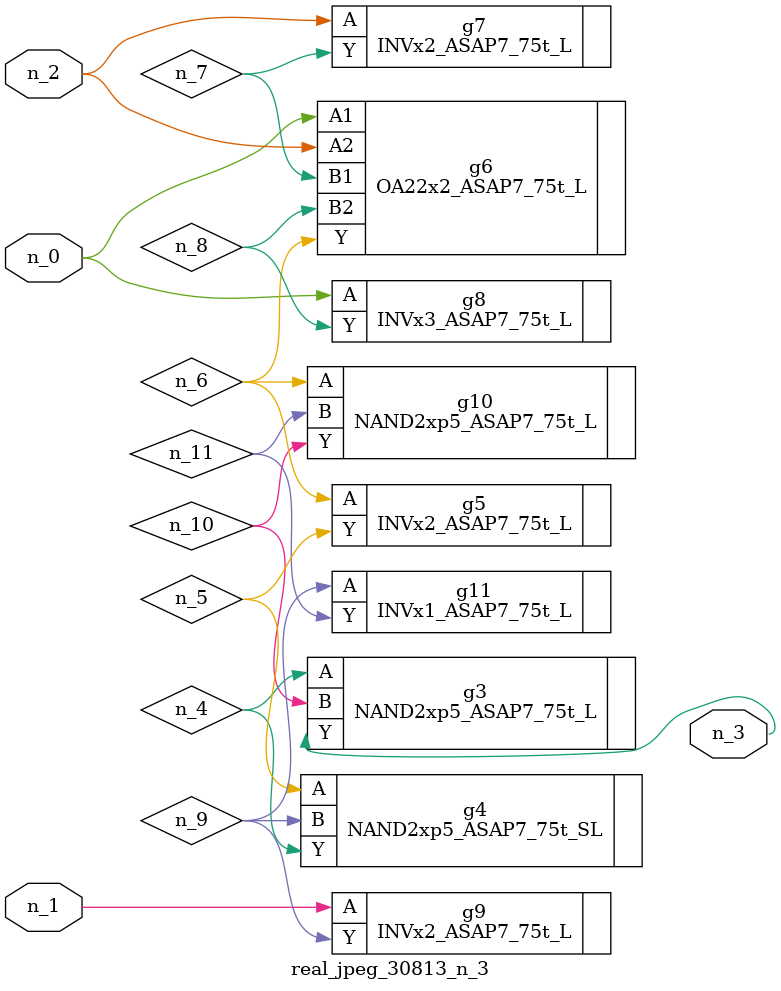
<source format=v>
module real_jpeg_30813_n_3 (n_1, n_0, n_2, n_3);

input n_1;
input n_0;
input n_2;

output n_3;

wire n_5;
wire n_8;
wire n_4;
wire n_11;
wire n_6;
wire n_7;
wire n_10;
wire n_9;

OA22x2_ASAP7_75t_L g6 ( 
.A1(n_0),
.A2(n_2),
.B1(n_7),
.B2(n_8),
.Y(n_6)
);

INVx3_ASAP7_75t_L g8 ( 
.A(n_0),
.Y(n_8)
);

INVx2_ASAP7_75t_L g9 ( 
.A(n_1),
.Y(n_9)
);

INVx2_ASAP7_75t_L g7 ( 
.A(n_2),
.Y(n_7)
);

NAND2xp5_ASAP7_75t_L g3 ( 
.A(n_4),
.B(n_10),
.Y(n_3)
);

NAND2xp5_ASAP7_75t_SL g4 ( 
.A(n_5),
.B(n_9),
.Y(n_4)
);

INVx2_ASAP7_75t_L g5 ( 
.A(n_6),
.Y(n_5)
);

NAND2xp5_ASAP7_75t_L g10 ( 
.A(n_6),
.B(n_11),
.Y(n_10)
);

INVx1_ASAP7_75t_L g11 ( 
.A(n_9),
.Y(n_11)
);


endmodule
</source>
